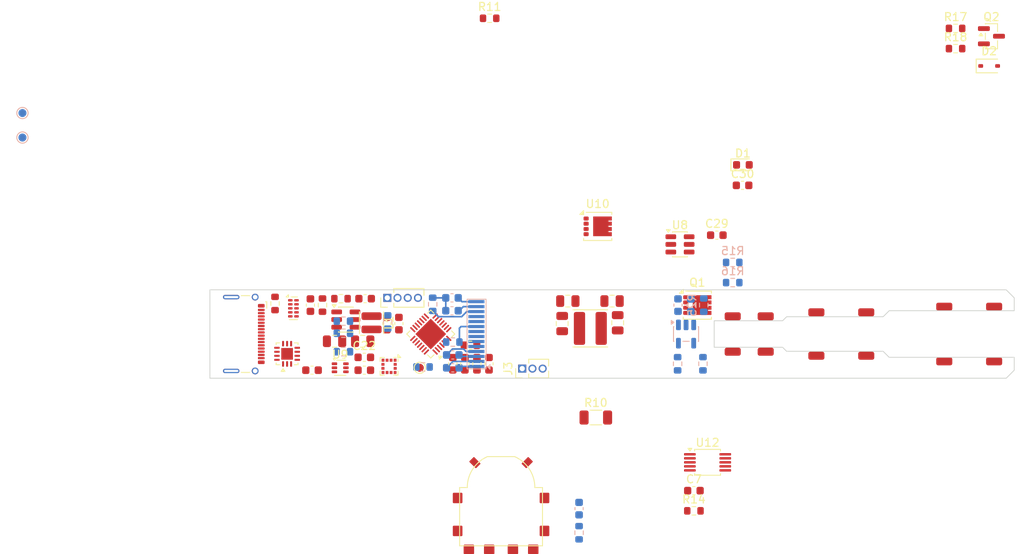
<source format=kicad_pcb>
(kicad_pcb
	(version 20241229)
	(generator "pcbnew")
	(generator_version "9.0")
	(general
		(thickness 1.6)
		(legacy_teardrops no)
	)
	(paper "A4")
	(layers
		(0 "F.Cu" signal)
		(4 "In1.Cu" signal)
		(6 "In2.Cu" signal)
		(2 "B.Cu" signal)
		(9 "F.Adhes" user "F.Adhesive")
		(11 "B.Adhes" user "B.Adhesive")
		(13 "F.Paste" user)
		(15 "B.Paste" user)
		(5 "F.SilkS" user "F.Silkscreen")
		(7 "B.SilkS" user "B.Silkscreen")
		(1 "F.Mask" user)
		(3 "B.Mask" user)
		(17 "Dwgs.User" user "User.Drawings")
		(19 "Cmts.User" user "User.Comments")
		(21 "Eco1.User" user "User.Eco1")
		(23 "Eco2.User" user "User.Eco2")
		(25 "Edge.Cuts" user)
		(27 "Margin" user)
		(31 "F.CrtYd" user "F.Courtyard")
		(29 "B.CrtYd" user "B.Courtyard")
		(35 "F.Fab" user)
		(33 "B.Fab" user)
		(39 "User.1" user)
		(41 "User.2" user)
		(43 "User.3" user)
		(45 "User.4" user)
	)
	(setup
		(stackup
			(layer "F.SilkS"
				(type "Top Silk Screen")
				(color "Black")
			)
			(layer "F.Paste"
				(type "Top Solder Paste")
			)
			(layer "F.Mask"
				(type "Top Solder Mask")
				(color "White")
				(thickness 0.01)
			)
			(layer "F.Cu"
				(type "copper")
				(thickness 0.035)
			)
			(layer "dielectric 1"
				(type "prepreg")
				(thickness 0.1)
				(material "FR4")
				(epsilon_r 4.5)
				(loss_tangent 0.02)
			)
			(layer "In1.Cu"
				(type "copper")
				(thickness 0.035)
			)
			(layer "dielectric 2"
				(type "core")
				(thickness 1.24)
				(material "FR4")
				(epsilon_r 4.5)
				(loss_tangent 0.02)
			)
			(layer "In2.Cu"
				(type "copper")
				(thickness 0.035)
			)
			(layer "dielectric 3"
				(type "prepreg")
				(thickness 0.1)
				(material "FR4")
				(epsilon_r 4.5)
				(loss_tangent 0.02)
			)
			(layer "B.Cu"
				(type "copper")
				(thickness 0.035)
			)
			(layer "B.Mask"
				(type "Bottom Solder Mask")
				(thickness 0.01)
			)
			(layer "B.Paste"
				(type "Bottom Solder Paste")
			)
			(layer "B.SilkS"
				(type "Bottom Silk Screen")
			)
			(copper_finish "None")
			(dielectric_constraints no)
		)
		(pad_to_mask_clearance 0)
		(allow_soldermask_bridges_in_footprints no)
		(tenting front back)
		(grid_origin 100.5 158.2)
		(pcbplotparams
			(layerselection 0x00000000_00000000_55555555_5755f5ff)
			(plot_on_all_layers_selection 0x00000000_00000000_00000000_00000000)
			(disableapertmacros no)
			(usegerberextensions no)
			(usegerberattributes yes)
			(usegerberadvancedattributes yes)
			(creategerberjobfile yes)
			(dashed_line_dash_ratio 12.000000)
			(dashed_line_gap_ratio 3.000000)
			(svgprecision 4)
			(plotframeref no)
			(mode 1)
			(useauxorigin no)
			(hpglpennumber 1)
			(hpglpenspeed 20)
			(hpglpendiameter 15.000000)
			(pdf_front_fp_property_popups yes)
			(pdf_back_fp_property_popups yes)
			(pdf_metadata yes)
			(pdf_single_document no)
			(dxfpolygonmode yes)
			(dxfimperialunits yes)
			(dxfusepcbnewfont yes)
			(psnegative no)
			(psa4output no)
			(plot_black_and_white yes)
			(sketchpadsonfab no)
			(plotpadnumbers no)
			(hidednponfab no)
			(sketchdnponfab yes)
			(crossoutdnponfab yes)
			(subtractmaskfromsilk no)
			(outputformat 1)
			(mirror no)
			(drillshape 1)
			(scaleselection 1)
			(outputdirectory "")
		)
	)
	(net 0 "")
	(net 1 "+3.3V")
	(net 2 "GND")
	(net 3 "VBUS")
	(net 4 "Net-(U4-SW)")
	(net 5 "Net-(U4-BST)")
	(net 6 "Net-(U4-FB)")
	(net 7 "/NRST")
	(net 8 "/ENC_B")
	(net 9 "unconnected-(U1-PB0-Pad14)")
	(net 10 "/TC_FB")
	(net 11 "/BOOTSEL")
	(net 12 "Net-(C27-Pad2)")
	(net 13 "/SCL")
	(net 14 "/DISP_NRST")
	(net 15 "/SDA")
	(net 16 "/ENC_A")
	(net 17 "/TIP_H")
	(net 18 "/SWDIO")
	(net 19 "/D-")
	(net 20 "/D+")
	(net 21 "/HEATER_ON")
	(net 22 "/TIP_K")
	(net 23 "/CC2")
	(net 24 "/CC1")
	(net 25 "/LED_RING")
	(net 26 "/ACC_INT1")
	(net 27 "/SWCLK")
	(net 28 "/INT_N")
	(net 29 "/ACC_INT2")
	(net 30 "Net-(J4-Pin_13)")
	(net 31 "Net-(J4-Pin_2)")
	(net 32 "Net-(J4-Pin_1)")
	(net 33 "Net-(J4-Pin_4)")
	(net 34 "Net-(J4-Pin_3)")
	(net 35 "Net-(J4-Pin_14)")
	(net 36 "Net-(U7--)")
	(net 37 "Net-(J1-SHIELD)")
	(net 38 "unconnected-(J4-Pin_6-Pad6)")
	(net 39 "Net-(J4-Pin_12)")
	(net 40 "Net-(U7-+)")
	(net 41 "unconnected-(U5-~{CS}-Pad10)")
	(net 42 "/JDP")
	(net 43 "/JDN")
	(net 44 "unconnected-(U3-NC-Pad6)")
	(net 45 "unconnected-(U3-NC-Pad10)")
	(net 46 "unconnected-(U3-NC-Pad7)")
	(net 47 "unconnected-(U3-NC-Pad9)")
	(net 48 "Net-(J4-Pin_9)")
	(net 49 "Net-(U1-VDDA)")
	(net 50 "unconnected-(U9-ALERT-Pad3)")
	(net 51 "unconnected-(U1-PA4-Pad10)")
	(net 52 "unconnected-(U1-PB3-Pad24)")
	(net 53 "unconnected-(U1-PB1-Pad15)")
	(net 54 "Net-(D2-K)")
	(net 55 "unconnected-(U1-PA15-Pad23)")
	(net 56 "unconnected-(U11-Pad0)")
	(net 57 "Net-(C23-Pad1)")
	(net 58 "Net-(D2-A)")
	(net 59 "Net-(Q1-D)")
	(net 60 "Net-(D1-K)")
	(net 61 "Net-(U8-VS)")
	(net 62 "Net-(Q1-G)")
	(net 63 "Net-(Q2-B)")
	(net 64 "Net-(Q2-C)")
	(net 65 "/BUS_ON")
	(net 66 "unconnected-(U11-Pad0)_1")
	(net 67 "unconnected-(U11-Pad0)_2")
	(net 68 "unconnected-(U11-Pad0)_3")
	(net 69 "unconnected-(U11-Pad0)_4")
	(net 70 "unconnected-(U11-Pad0)_5")
	(net 71 "/INA_ALERT")
	(net 72 "unconnected-(U1-PA2-Pad8)")
	(net 73 "unconnected-(U1-PA1-Pad7)")
	(footprint "Capacitor_SMD:C_0603_1608Metric" (layer "F.Cu") (at 160.675 172.19))
	(footprint "Connector_Wire:SolderWirePad_1x01_SMD_1x2mm" (layer "F.Cu") (at 169.6 150.5 90))
	(footprint "Capacitor_SMD:C_0603_1608Metric" (layer "F.Cu") (at 122.5 151.4 -90))
	(footprint "Package_SON:USON-10_2.5x1.0mm_P0.5mm" (layer "F.Cu") (at 110.885 149.5))
	(footprint "Connector_Wire:SolderWirePad_1x01_SMD_1x2mm" (layer "F.Cu") (at 182.1 155.4 90))
	(footprint "Package_SON:VSON-8_3.3x3.3mm_P0.65mm_NexFET" (layer "F.Cu") (at 161.1 149.1))
	(footprint "Capacitor_SMD:C_0805_2012Metric" (layer "F.Cu") (at 151.2 151.3 90))
	(footprint "Connector_Wire:SolderWirePad_1x01_SMD_1x2mm" (layer "F.Cu") (at 198 156.1 90))
	(footprint "Capacitor_SMD:C_0603_1608Metric" (layer "F.Cu") (at 135.2 156.4 -90))
	(footprint "Inductor_SMD:L_Changjiang_FTC252012S" (layer "F.Cu") (at 120.6 151.3 -90))
	(footprint "Package_SON:VSON-8_3.3x3.3mm_P0.65mm_NexFET" (layer "F.Cu") (at 148.715 139.3))
	(footprint "Resistor_SMD:R_0603_1608Metric" (layer "F.Cu") (at 193.205158 117.182374))
	(footprint "Connector_Wire:SolderWirePad_1x01_SMD_1x2mm" (layer "F.Cu") (at 175.9 150 90))
	(footprint "Diode_SMD:D_0603_1608Metric" (layer "F.Cu") (at 166.765 131.65))
	(footprint "Capacitor_SMD:C_0805_2012Metric" (layer "F.Cu") (at 150.5 148.6))
	(footprint "Connector_Wire:SolderWirePad_1x01_SMD_1x2mm" (layer "F.Cu") (at 191.8 156.1 90))
	(footprint "Capacitor_SMD:C_0603_1608Metric" (layer "F.Cu") (at 163.525 140.4))
	(footprint "Capacitor_SMD:C_0603_1608Metric" (layer "F.Cu") (at 132.2 156.4 -90))
	(footprint "Diode_SMD:D_SOD-323" (layer "F.Cu") (at 197.380158 119.342374))
	(footprint "Capacitor_SMD:C_0603_1608Metric" (layer "F.Cu") (at 166.725 134.2))
	(footprint "Inductor_SMD:L_Changjiang_FTC404030S" (layer "F.Cu") (at 147.8 152))
	(footprint "Connector_Wire:SolderWirePad_1x01_SMD_1x2mm" (layer "F.Cu") (at 169.6 154.9 90))
	(footprint "Resistor_SMD:R_0603_1608Metric" (layer "F.Cu") (at 193.205158 114.672374))
	(footprint "Connector_USB:USB_C_Receptacle_G-Switch_GT-USB-7025" (layer "F.Cu") (at 103.439427 152.7 -90))
	(footprint "Connector_Wire:SolderWirePad_1x01_SMD_1x2mm" (layer "F.Cu") (at 165.5 150.5 90))
	(footprint "Resistor_SMD:R_0603_1608Metric" (layer "F.Cu") (at 114.5 149.1 90))
	(footprint "Connector_Wire:SolderWirePad_1x01_SMD_1x2mm" (layer "F.Cu") (at 165.5 154.9 90))
	(footprint "Capacitor_SMD:C_0603_1608Metric" (layer "F.Cu") (at 133.7 156.4 -90))
	(footprint "Resistor_SMD:R_0603_1608Metric" (layer "F.Cu") (at 160.675 174.7))
	(footprint "Capacitor_SMD:C_0805_2012Metric" (layer "F.Cu") (at 145 148.6 180))
	(footprint "Package_TO_SOT_SMD:SOT-23-6" (layer "F.Cu") (at 158.945 141.545))
	(footprint "Capacitor_SMD:C_0603_1608Metric" (layer "F.Cu") (at 130.7 156.4 -90))
	(footprint "Connector_PinHeader_1.27mm:PinHeader_1x03_P1.27mm_Vertical" (layer "F.Cu") (at 139.33 157 90))
	(footprint "Capacitor_SMD:C_0805_2012Metric" (layer "F.Cu") (at 144.3 151.4 90))
	(footprint "Package_TO_SOT_SMD:SOT-23" (layer "F.Cu") (at 197.665158 115.642374))
	(footprint "Capacitor_SMD:C_0805_2012Metric" (layer "F.Cu") (at 119.5 153.6 180))
	(footprint "TestPoint:TestPoint_Pad_D1.0mm" (layer "F.Cu") (at 126.6 156.9))
	(footprint "Capacitor_SMD:C_0603_1608Metric" (layer "F.Cu") (at 113 149.1 90))
	(footprint "Package_TO_SOT_SMD:TSOT-23-6" (layer "F.Cu") (at 117.4 150.9))
	(footprint "Package_LGA:LGA-12_2x2mm_P0.5mm" (layer "F.Cu") (at 122.7775 156.7225 -90))
	(footprint "Package_DFN_QFN:WQFN-28-1EP_4x4mm_P0.4mm_EP2.7x2.7mm" (layer "F.Cu") (at 127.960831 152.7 135))
	(footprint "Custom:SIQ-02FVS3_Rotary_Encoder" (layer "F.Cu") (at 136.7 171.8))
	(footprint "Connector_Wire:SolderWirePad_1x01_SMD_1x2mm" (layer "F.Cu") (at 198 149.3 90))
	(footprint "Connector_PinHeader_1.27mm:PinHeader_1x04_P1.27mm_Vertical" (layer "F.Cu") (at 122.56 148.2 90))
	(footprint "Connector_Wire:SolderWirePad_1x01_SMD_1x2mm" (layer "F.Cu") (at 175.9 155.4 90))
	(footprint "Capacitor_SMD:C_0603_1608Metric" (layer "F.Cu") (at 119.7 157.2 180))
	(footprint "Resistor_SMD:R_0603_1608Metric"
		(layer "F.Cu")
		(uuid "a906b67c-52e3-480d-ad9a-269cc0527c59")
		(at 135.281359 113.413749)
		(descr "Resistor SMD 0603 (1608 Metric), square (rectangular) end terminal, IPC-7351 nominal, (Body size source: IPC-SM-782 page 72, https://www.pcb-3d.com/wordpress/wp-content/uploads/ipc-sm-782a_amendment_1_and_2.pdf), generated with kicad-footprint-generator")
		(tags "resistor")
		(property "Reference" "R11"
			(at 0 -1.43 0)
			(layer "F.SilkS")
			(uuid "461fb0ad-870c-4d2a-a630-31d434639483")
			(effects
				(font
					(size 1 1)
					(thickness 0.15)
				)
			)
		)
		(property "Value" "1k"
			(at 0 1.43 0)
			(layer "F.Fab")
			(uuid "0b6b253e-6739-4cb1-88c6-e9c96f46c046")
			(effects
				(font
					(size 1 1)
					(thickness 0.15)
				)
			)
		)
		(property "Datasheet" "~"
			(at 0 0 0)
			(layer "F.Fab")
			(hide yes)
			(uu
... [171975 chars truncated]
</source>
